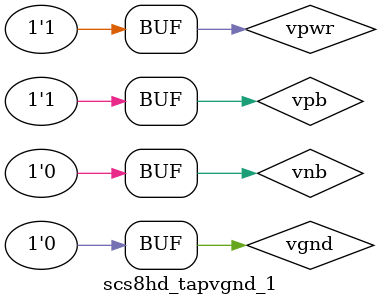
<source format=v>


`celldefine
`timescale 1ns / 1ps



module scs8hd_tapvgnd_1  (

`ifdef SC_USE_PG_PIN
input vpwr,
input vgnd,
input vpb,
input vnb
`endif

);

`ifdef functional
`else
`ifdef SC_USE_PG_PIN
`else
supply1 vpwr;
supply0 vgnd;
supply1 vpb;
supply0 vnb;
`endif
`endif


endmodule
`endcelldefine

</source>
